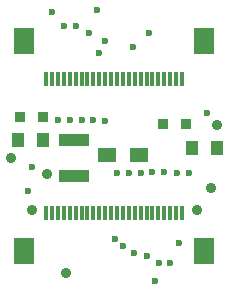
<source format=gbr>
G04 #@! TF.GenerationSoftware,KiCad,Pcbnew,5.1.4+dfsg1-1*
G04 #@! TF.CreationDate,2020-09-03T16:06:36+02:00*
G04 #@! TF.ProjectId,FPC_INVERTER,4650435f-494e-4564-9552-5445522e6b69,rev?*
G04 #@! TF.SameCoordinates,PX5095e20PY1312d00*
G04 #@! TF.FileFunction,Soldermask,Top*
G04 #@! TF.FilePolarity,Negative*
%FSLAX46Y46*%
G04 Gerber Fmt 4.6, Leading zero omitted, Abs format (unit mm)*
G04 Created by KiCad (PCBNEW 5.1.4+dfsg1-1) date 2020-09-03 16:06:36*
%MOMM*%
%LPD*%
G04 APERTURE LIST*
%ADD10R,1.800000X2.200000*%
%ADD11R,0.300000X1.300000*%
%ADD12R,1.000000X1.300000*%
%ADD13R,0.900000X0.900000*%
%ADD14R,2.500000X1.000000*%
%ADD15R,1.500000X1.300000*%
%ADD16C,0.600000*%
%ADD17C,0.889000*%
G04 APERTURE END LIST*
D10*
X17150000Y-21400000D03*
X1850000Y-21400000D03*
D11*
X3750000Y-18150000D03*
X4250000Y-18150000D03*
X4750000Y-18150000D03*
X5250000Y-18150000D03*
X5750000Y-18150000D03*
X6250000Y-18150000D03*
X6750000Y-18150000D03*
X7250000Y-18150000D03*
X7750000Y-18150000D03*
X8250000Y-18150000D03*
X8750000Y-18150000D03*
X9250000Y-18150000D03*
X9750000Y-18150000D03*
X10250000Y-18150000D03*
X10750000Y-18150000D03*
X11250000Y-18150000D03*
X11750000Y-18150000D03*
X12250000Y-18150000D03*
X12750000Y-18150000D03*
X13250000Y-18150000D03*
X13750000Y-18150000D03*
X14250000Y-18150000D03*
X14750000Y-18150000D03*
X15250000Y-18150000D03*
D12*
X16120000Y-12720000D03*
X18220000Y-12720000D03*
D13*
X15560000Y-10690000D03*
X13660000Y-10690000D03*
D14*
X6100000Y-15030000D03*
X6100000Y-12030000D03*
D12*
X3500000Y-12000000D03*
X1400000Y-12000000D03*
D13*
X1550000Y-10075001D03*
X3450000Y-10075001D03*
D11*
X3750000Y-6850000D03*
X4250000Y-6850000D03*
X4750000Y-6850000D03*
X5250000Y-6850000D03*
X5750000Y-6850000D03*
X6250000Y-6850000D03*
X6750000Y-6850000D03*
X7250000Y-6850000D03*
X7750000Y-6850000D03*
X8250000Y-6850000D03*
X8750000Y-6850000D03*
X9250000Y-6850000D03*
X9750000Y-6850000D03*
X10250000Y-6850000D03*
X10750000Y-6850000D03*
X11250000Y-6850000D03*
X11750000Y-6850000D03*
X12250000Y-6850000D03*
X12750000Y-6850000D03*
X13250000Y-6850000D03*
X13750000Y-6850000D03*
X14250000Y-6850000D03*
X14750000Y-6850000D03*
X15250000Y-6850000D03*
D10*
X17150000Y-3600000D03*
X1850000Y-3600000D03*
D15*
X11600000Y-13250000D03*
X8900000Y-13250000D03*
D16*
X4270000Y-1200000D03*
X2190000Y-16310000D03*
X11120000Y-4130000D03*
X12490000Y-2970000D03*
X17330000Y-9700000D03*
X12958032Y-23902000D03*
X15810000Y-14820000D03*
X15030000Y-20720000D03*
X9623000Y-20387963D03*
X14840000Y-14800000D03*
X8055964Y-998000D03*
X2540000Y-14280000D03*
X9740000Y-14810000D03*
X8750000Y-3620000D03*
X8750000Y-10370000D03*
X10280000Y-21000000D03*
X10750000Y-14800000D03*
X8250000Y-4650000D03*
X7760000Y-10340000D03*
X11200000Y-21570000D03*
X11750000Y-14790000D03*
X7340000Y-2940000D03*
X6750000Y-10340000D03*
X12250000Y-21860000D03*
X12750000Y-14750000D03*
X6270000Y-2380000D03*
X5750000Y-10325000D03*
X13275000Y-22400000D03*
X4750000Y-10300000D03*
X14250000Y-22425000D03*
D17*
X17690000Y-16030000D03*
X5470000Y-23250000D03*
X2570000Y-17940000D03*
X3860000Y-14870000D03*
X16490000Y-17950000D03*
X18250000Y-10750000D03*
X750000Y-13500000D03*
D16*
X13750000Y-14700000D03*
X5300000Y-2325000D03*
M02*

</source>
